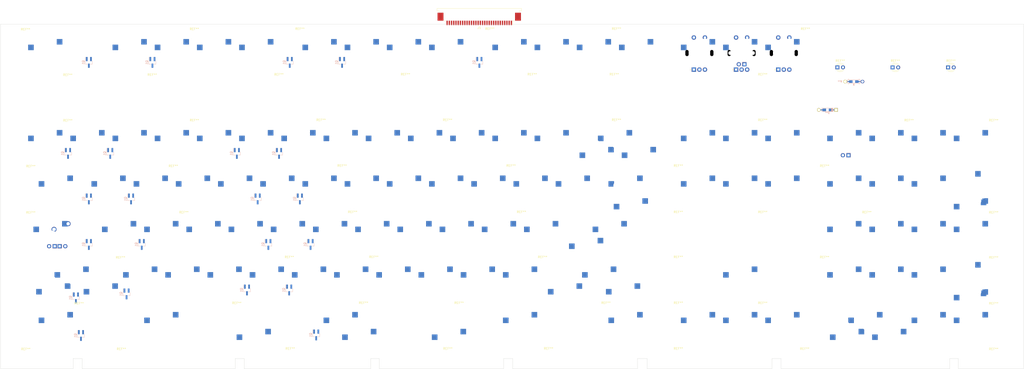
<source format=kicad_pcb>
(kicad_pcb (version 20211014) (generator pcbnew)
  (layers (0 "F.Cu" signal) (31 "B.Cu" signal) (34 "B.Paste" user) (35 "F.Paste" user) (36 "B.SilkS" user "B.Silkscreen") (37 "F.SilkS" user "F.Silkscreen") (38 "B.Mask" user) (39 "F.Mask" user) (44 "Edge.Cuts" user))
  (net 0 "")
  (footprint "MX_Only:MXOnly-1.75U-Hotswap" (layer "F.Cu") (at 316.70625 154.20015 180)
    (fp_text reference "REF**")
    (fp_text value "1.75U")
  )
  (footprint "MX_Only:MXOnly-1U-Hotswap" (layer "F.Cu") (at 204.7875 133.640143)
    (fp_text reference "REF**")
    (fp_text value "1U")
  )
  (footprint "MountingHole:MountingHole_3mm" (layer "F.Cu") (at 190.5 106.33)
    (fp_text reference "REF**")
    (fp_text value "MountingHole_3mm")
  )
  (footprint "MX_Only:MXOnly-1U-Hotswap" (layer "F.Cu") (at 370.8335 92.520097)
    (fp_text reference "REF**")
    (fp_text value "1U")
  )
  (footprint "MountingHole:MountingHole_3mm" (layer "F.Cu") (at 66.68 65.3)
    (fp_text reference "REF**")
    (fp_text value "MountingHole_3mm")
  )
  (footprint "LED_THT:LED_D3.0mm" (layer "F.Cu") (at 438.975 57.9)
    (fp_text reference "REF**")
    (fp_text value "LED_D3.0mm")
  )
  (footprint "MX_Only:MXOnly-1U-Hotswap" (layer "F.Cu") (at 152.4 51.400055)
    (fp_text reference "REF**")
    (fp_text value "1U")
  )
  (footprint "MX_Only:MXOnly-1U-Hotswap" (layer "F.Cu") (at 195.2625 154.200165)
    (fp_text reference "REF**")
    (fp_text value "1U")
  )
  (footprint "MX_Only:MXOnly-1U-Hotswap" (layer "F.Cu") (at 417.817 174.760181 180)
    (fp_text reference "REF**")
    (fp_text value "1U")
  )
  (footprint "MountingHole:MountingHole_3mm" (layer "F.Cu") (at 200.19 168.33)
    (fp_text reference "REF**")
    (fp_text value "MountingHole_3mm")
  )
  (footprint "MX_Only:MXOnly-2.25U-Hotswap" (layer "F.Cu") (at 311.94375 133.64013)
    (fp_text reference "REF**")
    (fp_text value "2.25U")
  )
  (footprint "MountingHole:MountingHole_3mm" (layer "F.Cu") (at 342.26 127.28)
    (fp_text reference "REF**")
    (fp_text value "MountingHole_3mm")
  )
  (footprint "MountingHole:MountingHole_3mm" (layer "F.Cu") (at 380.36 85.69)
    (fp_text reference "REF**")
    (fp_text value "MountingHole_3mm")
  )
  (footprint "MX_Only:MXOnly-1U-Hotswap" (layer "F.Cu") (at 185.7375 133.640143)
    (fp_text reference "REF**")
    (fp_text value "1U")
  )
  (footprint "MountingHole:MountingHole_3mm" (layer "F.Cu") (at 166.69 147.64)
    (fp_text reference "REF**")
    (fp_text value "MountingHole_3mm")
  )
  (footprint "MX_Only:MXOnly-1U-Hotswap" (layer "F.Cu") (at 474.967 174.760187)
    (fp_text reference "REF**")
    (fp_text value "1U")
  )
  (footprint "MX_Only:MXOnly-1U-Hotswap" (layer "F.Cu") (at 436.867 133.640139)
    (fp_text reference "REF**")
    (fp_text value "1U")
  )
  (footprint "MX_Only:MXOnly-1U-Hotswap" (layer "F.Cu") (at 119.0625 154.200165)
    (fp_text reference "REF**")
    (fp_text value "1U")
  )
  (footprint "MX_Only:MXOnly-1U-Hotswap" (layer "F.Cu") (at 85.725 113.080121)
    (fp_text reference "REF**")
    (fp_text value "1U")
  )
  (footprint "MX_Only:MXOnly-1.5U-Hotswap" (layer "F.Cu") (at 109.5375 174.760187)
    (fp_text reference "REF**")
    (fp_text value "1.5U")
  )
  (footprint "MX_Only:MXOnly-1U-Hotswap" (layer "F.Cu") (at 417.817 154.20016)
    (fp_text reference "REF**")
    (fp_text value "1U")
  )
  (footprint "MX_Only:MXOnly-1U-Hotswap" (layer "F.Cu") (at 233.3625 154.200165)
    (fp_text reference "REF**")
    (fp_text value "1U")
  )
  (footprint "Keebio-Parts:RotaryEncoder_EC11_Nonplated" (layer "F.Cu") (at 370.8335 51.400055 90)
    (fp_text reference "REF**")
    (fp_text value "RotaryEncoder_EC11_Nonplated")
  )
  (footprint "MX_Only:MXOnly-1U-Hotswap" (layer "F.Cu") (at 455.917 133.640139)
    (fp_text reference "REF**")
    (fp_text value "1U")
  )
  (footprint "MX_Only:MXOnly-2.25U-Hotswap" (layer "F.Cu") (at 69.05625 154.20015)
    (fp_text reference "REF**")
    (fp_text value "2.25U")
  )
  (footprint "MountingHole:MountingHole_3mm" (layer "F.Cu") (at 90.87 189.18)
    (fp_text reference "REF**")
    (fp_text value "MountingHole_3mm")
  )
  (footprint "MountingHole:MountingHole_3mm" (layer "F.Cu") (at 380.36 65.09)
    (fp_text reference "REF**")
    (fp_text value "MountingHole_3mm")
  )
  (footprint "MountingHole:MountingHole_3mm" (layer "F.Cu") (at 283.7 188.98)
    (fp_text reference "REF**")
    (fp_text value "MountingHole_3mm")
  )
  (footprint "MX_Only:MXOnly-1U-Hotswap" (layer "F.Cu") (at 104.775 113.080121)
    (fp_text reference "REF**")
    (fp_text value "1U")
  )
  (footprint "MX_Only:MXOnly-1U-Hotswap" (layer "F.Cu") (at 190.5 92.520099)
    (fp_text reference "REF**")
    (fp_text value "1U")
  )
  (footprint "MountingHole:MountingHole_3mm" (layer "F.Cu") (at 238.21 189.01)
    (fp_text reference "REF**")
    (fp_text value "MountingHole_3mm")
  )
  (footprint "MX_Only:MXOnly-1U-Hotswap" (layer "F.Cu") (at 128.5875 133.640143)
    (fp_text reference "REF**")
    (fp_text value "1U")
  )
  (footprint "MountingHole:MountingHole_3mm" (layer "F.Cu") (at 484.61 127.46)
    (fp_text reference "REF**")
    (fp_text value "MountingHole_3mm")
  )
  (footprint "MX_Only:MXOnly-1U-Hotswap" (layer "F.Cu") (at 389.8835 174.760188)
    (fp_text reference "REF**")
    (fp_text value "1U")
  )
  (footprint "MX_Only:MXOnly-1U-Hotswap" (layer "F.Cu") (at 200.025 113.080121)
    (fp_text reference "REF**")
    (fp_text value "1U")
  )
  (footprint "MountingHole:MountingHole_3mm" (layer "F.Cu") (at 427.35 127.4)
    (fp_text reference "REF**")
    (fp_text value "MountingHole_3mm")
  )
  (footprint "MX_Only:MXOnly-1U-Hotswap" (layer "F.Cu") (at 389.8835 92.520097)
    (fp_text reference "REF**")
    (fp_text value "1U")
  )
  (footprint "Keebio-Parts:Diode-Hybrid-Back" (layer "F.Cu") (at 409.575 77.100075)
    (fp_text reference "D**")
    (fp_text value "D" hide)
  )
  (footprint "MX_Only:MXOnly-2U-Hotswap-VerticalStabilizers" (layer "F.Cu") (at 474.967 164.480176)
    (fp_text reference "REF**")
    (fp_text value "MXOnly-2U-Hotswap-VerticalStabilizers" hide)
  )
  (footprint "MX_Only:MXOnly-1.5U-Hotswap" (layer "F.Cu") (at 61.9125 113.080121)
    (fp_text reference "REF**")
    (fp_text value "1.5U")
  )
  (footprint "MountingHole:MountingHole_3mm" (layer "F.Cu") (at 238.13 85.66)
    (fp_text reference "REF**")
    (fp_text value "MountingHole_3mm")
  )
  (footprint "MX_Only:MXOnly-1U-Hotswap" (layer "F.Cu") (at 214.3125 154.200165)
    (fp_text reference "REF**")
    (fp_text value "1U")
  )
  (footprint "MX_Only:MXOnly-1U-Hotswap" (layer "F.Cu") (at 223.8375 133.640143)
    (fp_text reference "REF**")
    (fp_text value "1U")
  )
  (footprint "MountingHole:MountingHole_3mm" (layer "F.Cu") (at 313.32 65.04)
    (fp_text reference "REF**")
    (fp_text value "MountingHole_3mm")
  )
  (footprint "MountingHole:MountingHole_3mm" (layer "F.Cu") (at 380.36 168.38)
    (fp_text reference "REF**")
    (fp_text value "MountingHole_3mm")
  )
  (footprint "MountingHole:MountingHole_3mm" (layer "F.Cu") (at 204.8 147.58)
    (fp_text reference "REF**")
    (fp_text value "MountingHole_3mm")
  )
  (footprint "MountingHole:MountingHole_3mm" (layer "F.Cu") (at 342.26 168.33)
    (fp_text reference "REF**")
    (fp_text value "MountingHole_3mm")
  )
  (footprint "MX_Only:MXOnly-1U-Hotswap" (layer "F.Cu") (at 323.85 92.520099 180)
    (fp_text reference "REF**")
    (fp_text value "1U")
  )
  (footprint "LED_THT:LED_D3.0mm" (layer "F.Cu") (at 414.065 57.88)
    (fp_text reference "REF**")
    (fp_text value "LED_D3.0mm")
  )
  (footprint "MountingHole:MountingHole_3mm" (layer "F.Cu") (at 408.28 147.7)
    (fp_text reference "REF**")
    (fp_text value "MountingHole_3mm")
  )
  (footprint "MX_Only:MXOnly-1U-Hotswap" (layer "F.Cu") (at 370.8335 113.080118)
    (fp_text reference "REF**")
    (fp_text value "1U")
  )
  (footprint "MountingHole:MountingHole_3mm" (layer "F.Cu") (at 180.98 85.67)
    (fp_text reference "REF**")
    (fp_text value "MountingHole_3mm")
  )
  (footprint "MX_Only:MXOnly-1U-Hotswap" (layer "F.Cu") (at 209.55 92.520099)
    (fp_text reference "REF**")
    (fp_text value "1U")
  )
  (footprint "MX_Only:MXOnly-1U-Hotswap" (layer "F.Cu") (at 142.875 113.080121)
    (fp_text reference "REF**")
    (fp_text value "1U")
  )
  (footprint "MountingHole:MountingHole_3mm" (layer "F.Cu") (at 161.97 65.12)
    (fp_text reference "REF**")
    (fp_text value "MountingHole_3mm")
  )
  (footprint "MX_Only:MXOnly-7U-Hotswap" (layer "F.Cu") (at 190.5 174.76017)
    (fp_text reference "REF**")
    (fp_text value "7U")
  )
  (footprint "MX_Only:MXOnly-1U-Hotswap" (layer "F.Cu") (at 351.7835 51.400055)
    (fp_text reference "REF**")
    (fp_text value "1U")
  )
  (footprint "MX_Only:MXOnly-1U-Hotswap" (layer "F.Cu") (at 295.275 113.080121)
    (fp_text reference "REF**")
    (fp_text value "1U")
  )
  (footprint "MX_Only:MXOnly-1.5U-Hotswap" (layer "F.Cu") (at 319.0875 174.760187)
    (fp_text reference "REF**")
    (fp_text value "1.5U")
  )
  (footprint "MX_Only:MXOnly-1U-Hotswap" (layer "F.Cu") (at 133.35 51.400055)
    (fp_text reference "REF**")
    (fp_text value "1U")
  )
  (footprint "MX_Only:MXOnly-1U-Hotswap" (layer "F.Cu") (at 266.7 92.520099)
    (fp_text reference "REF**")
    (fp_text value "1U")
  )
  (footprint "MountingHole:MountingHole_3mm" (layer "F.Cu") (at 484.61 189.2)
    (fp_text reference "REF**")
    (fp_text value "MountingHole_3mm")
  )
  (footprint "MountingHole:MountingHole_3mm" (layer "F.Cu") (at 171.46 44.48)
    (fp_text reference "REF**")
    (fp_text value "MountingHole_3mm")
  )
  (footprint "MX_Only:MXOnly-1U-Hotswap" (layer "F.Cu") (at 370.8335 154.200167)
    (fp_text reference "REF**")
    (fp_text value "1U")
  )
  (footprint "MX_Only:MXOnly-1.5U-Hotswap" (layer "F.Cu") (at 271.4625 174.760187)
    (fp_text reference "REF**")
    (fp_text value "1.5U")
  )
  (footprint "MX_Only:MXOnly-1U-Hotswap" (layer "F.Cu") (at 300.0375 133.640143 180)
    (fp_text reference "REF**")
    (fp_text value "1U")
  )
  (footprint "MX_Only:MXOnly-1U-Hotswap" (layer "F.Cu") (at 166.6875 133.640143)
    (fp_text reference "REF**")
    (fp_text value "1U")
  )
  (footprint "MountingHole:MountingHole_3mm" (layer "F.Cu") (at 119.07 127.42)
    (fp_text reference "REF**")
    (fp_text value "MountingHole_3mm")
  )
  (footprint "MountingHole:MountingHole_3mm" (layer "F.Cu") (at 114.31 106.47)
    (fp_text reference "REF**")
    (fp_text value "MountingHole_3mm")
  )
  (footprint "MX_Only:MXOnly-1U-Hotswap" (layer "F.Cu") (at 417.817 113.080118)
    (fp_text reference "REF**")
    (fp_text value "1U")
  )
  (footprint "MX_Only:MXOnly-1U-Hotswap" (layer "F.Cu") (at 123.825 113.080121)
    (fp_text reference "REF**")
    (fp_text value "1U")
  )
  (footprint "MX_Only:MXOnly-1U-Hotswap" (layer "F.Cu") (at 455.917 92.520097)
    (fp_text reference "REF**")
    (fp_text value "1U")
  )
  (footprint "MX_Only:MXOnly-1U-Hotswap" (layer "F.Cu") (at 304.8 51.400055)
    (fp_text reference "REF**")
    (fp_text value "1U")
  )
  (footprint "MX_Only:MXOnly-1U-Hotswap" (layer "F.Cu") (at 285.75 51.400055)
    (fp_text reference "REF**")
    (fp_text value "1U")
  )
  (footprint "MX_Only:MXOnly-1U-Hotswap" (layer "F.Cu") (at 474.967 154.20016 -90)
    (fp_text reference "REF**")
    (fp_text value "1U")
  )
  (footprint "MX_Only:MXOnly-2.75U-Hotswap-ReversedStabilizers" (layer "F.Cu") (at 150.01875 174.76017 180)
    (fp_text reference "REF**")
    (fp_text value "2.75U")
  )
  (footprint "MountingHole:MountingHole_3mm" (layer "F.Cu") (at 446.39 85.8)
    (fp_text reference "REF**")
    (fp_text value "MountingHole_3mm")
  )
  (footprint "LED_THT:LED_D3.0mm" (layer "F.Cu") (at 464.035 57.9)
    (fp_text reference "REF**")
    (fp_text value "LED_D3.0mm")
  )
  (footprint "MountingHole:MountingHole_3mm" (layer "F.Cu") (at 47.62 44.73)
    (fp_text reference "REF**")
    (fp_text value "MountingHole_3mm")
  )
  (footprint "MX_Only:MXOnly-1U-Hotswap" (layer "F.Cu") (at 200.025 51.400055)
    (fp_text reference "REF**")
    (fp_text value "1U")
  )
  (footprint "MX_Only:MXOnly-1U-Hotswap" (layer "F.Cu") (at 133.35 92.520099)
    (fp_text reference "REF**")
    (fp_text value "1U")
  )
  (footprint "MountingHole:MountingHole_3mm" (layer "F.Cu") (at 314.35 44.43)
    (fp_text reference "REF**")
    (fp_text value "MountingHole_3mm")
  )
  (footprint "MX_Only:MXOnly-1U-Hotswap" (layer "F.Cu") (at 455.917 113.080118)
    (fp_text reference "REF**")
    (fp_text value "1U")
  )
  (footprint "MX_Only:MXOnly-1U-Hotswap" (layer "F.Cu") (at 228.6 92.520099)
    (fp_text reference "REF**")
    (fp_text value "1U")
  )
  (footprint "MountingHole:MountingHole_3mm" (layer "F.Cu") (at 90.49 147.81)
    (fp_text reference "REF**")
    (fp_text value "MountingHole_3mm")
  )
  (footprint "MX_Only:MXOnly-2U-Hotswap-VerticalStabilizers" (layer "F.Cu") (at 474.967 123.360132)
    (fp_text reference "REF**")
    (fp_text value "MXOnly-2U-Hotswap-VerticalStabilizers" hide)
  )
  (footprint "MX_Only:MXOnly-1U-Hotswap" (layer "F.Cu") (at 417.817 133.640139)
    (fp_text reference "REF**")
    (fp_text value "1U")
  )
  (footprint "MX_Only:MXOnly-1U-Hotswap" (layer "F.Cu") (at 261.9375 133.640143)
    (fp_text reference "REF**")
    (fp_text value "1U")
  )
  (footprint "MX_Only:MXOnly-2.75U-Hotswap" (layer "F.Cu") (at 307.18125 154.20015)
    (fp_text reference "REF**")
    (fp_text value "2.75U")
  )
  (footprint "MX_Only:MXOnly-1U-Hotswap" (layer "F.Cu") (at 80.9625 154.200165 180)
    (fp_text reference "REF**")
    (fp_text value "1U")
  )
  (footprint "MountingHole:MountingHole_3mm" (layer "F.Cu") (at 484.61 147.83)
    (fp_text reference "REF**")
    (fp_text value "MountingHole_3mm")
  )
  (footprint "MX_Only:MXOnly-1U-Hotswap" (layer "F.Cu") (at 351.7835 92.520097)
    (fp_text reference "REF**")
    (fp_text value "1U")
  )
  (footprint "MX_Only:MXOnly-1U-Hotswap" (layer "F.Cu") (at 219.075 51.400055)
    (fp_text reference "REF**")
    (fp_text value "1U")
  )
  (footprint "MX_Only:MXOnly-2.25U-Hotswap-ReversedStabilizers" (layer "F.Cu") (at 197.64375 174.76017 180)
    (fp_text reference "REF**")
    (fp_text value "2.25U")
  )
  (footprint "MountingHole:MountingHole_3mm" (layer "F.Cu") (at 123.82 44.56)
    (fp_text reference "REF**")
    (fp_text value "MountingHole_3mm")
  )
  (footprint "MX_Only:MXOnly-1U-Hotswap" (layer "F.Cu") (at 436.867 174.760181 180)
    (fp_text reference "REF**")
    (fp_text value "1U")
  )
  (footprint "MountingHole:MountingHole_3mm" (layer "F.Cu") (at 399.3 189.07)
    (fp_text reference "REF**")
    (fp_text value "MountingHole_3mm")
  )
  (footprint "MX_Only:MXOnly-1U-Hotswap" (layer "F.Cu") (at 290.5125 154.20015 180)
    (fp_text reference "REF**")
    (fp_text value "1U")
  )
  (footprint "MX_Only:MXOnly-1U-Hotswap" (layer "F.Cu") (at 95.25 51.400055)
    (fp_text reference "REF**")
    (fp_text value "1U")
  )
  (footprint "MountingHole:MountingHole_3mm" (layer "F.Cu") (at 47.73 189.24)
    (fp_text reference "REF**")
    (fp_text value "MountingHole_3mm")
  )
  (footprint "MX_Only:MXOnly-1U-Hotswap" (layer "F.Cu") (at 157.1625 154.200165)
    (fp_text reference "REF**")
    (fp_text value "1U")
  )
  (footprint "Keebio-Parts:RotaryEncoder_EC11_Nonplated" (layer "F.Cu") (at 351.7835 51.400055 90)
    (fp_text reference "REF**")
    (fp_text value "RotaryEncoder_EC11_Nonplated")
  )
  (footprint "Connector_FFC-FPC:TE_3-84952-0_1x30-1MP_P1.0mm_Horizontal" (layer "F.Cu") (at 252.4125 35.980035 180)
    (fp_text reference "J1")
    (fp_text value "TE_3-84952-0_1x30-1MP_P1.0mm_Horizontal")
  )
  (footprint "MountingHole:MountingHole_3mm" (layer "F.Cu") (at 142.96 168.42)
    (fp_text reference "REF**")
    (fp_text value "MountingHole_3mm")
  )
  (footprint "Keebio-Parts:Resistor-Hybrid-Back" (layer "F.Cu") (at 421.5 64.3)
    (fp_text reference "R**")
    (fp_text value "R")
  )
  (footprint "MX_Only:MXOnly-1U-Hotswap" (layer "F.Cu") (at 474.967 133.640139)
    (fp_text reference "REF**")
    (fp_text value "1U")
  )
  (footprint "MountingHole:MountingHole_3mm" (layer "F.Cu") (at 342.26 188.99)
    (fp_text reference "REF**")
    (fp_text value "MountingHole_3mm")
  )
  (footprint "MountingHole:MountingHole_3mm" (layer "F.Cu") (at 281.01 147.63)
    (fp_text reference "REF**")
    (fp_text value "MountingHole_3mm")
  )
  (footprint "MX_Only:MXOnly-1U-Hotswap" (layer "F.Cu") (at 238.125 113.080121)
    (fp_text reference "REF**")
    (fp_text value "1U")
  )
  (footprint "MX_Only:MXOnly-1.25U-Hotswap" (layer "F.Cu") (at 59.53125 154.200165 180)
    (fp_text reference "REF**")
    (fp_text value "1.25U")
  )
  (footprint "MX_Only:MXOnly-1U-Hotswap" (layer "F.Cu") (at 114.3 51.400055)
    (fp_text reference "REF**")
    (fp_text value "1U")
  )
  (footprint "MX_Only:MXOnly-1U-Hotswap" (layer "F.Cu") (at 152.4 92.520099)
    (fp_text reference "REF**")
    (fp_text value "1U")
  )
  (footprint "MountingHole:MountingHole_3mm" (layer "F.Cu") (at 49.99 106.59)
    (fp_text reference "REF**")
    (fp_text value "MountingHole_3mm")
  )
  (footprint "MX_Only:MXOnly-1U-Hotswap" (layer "F.Cu") (at 389.8835 51.400055)
    (fp_text reference "REF**")
    (fp_text value "1U")
  )
  (footprint "MX_Only:MXOnly-2U-Hotswap-ReversedStabilizers" (layer "F.Cu") (at 238.125 174.76017 180)
    (fp_text reference "REF**")
    (fp_text value "2U")
  )
  (footprint "MX_Only:MXOnly-1U-Hotswap" (layer "F.Cu") (at 114.3 92.520099)
    (fp_text reference "REF**")
    (fp_text value "1U")
  )
  (footprint "MountingHole:MountingHole_3mm" (layer "F.Cu") (at 484.61 85.84)
    (fp_text reference "REF**")
    (fp_text value "MountingHole_3mm")
  )
  (footprint "MX_Only:MXOnly-1U-Hotswap" (layer "F.Cu") (at 238.125 51.400055)
    (fp_text reference "REF**")
    (fp_text value "1U")
  )
  (footprint "MX_Only:MXOnly-1U-Hotswap" (layer "F.Cu") (at 436.867 92.520097)
    (fp_text reference "REF**")
    (fp_text value "1U")
  )
  (footprint "MX_Only:MXOnly-1U-Hotswap" (layer "F.Cu") (at 285.75 92.520099)
    (fp_text reference "REF**")
    (fp_text value "1U")
  )
  (footprint "MountingHole:MountingHole_3mm" (layer "F.Cu") (at 399.63 44.48)
    (fp_text reference "REF**")
    (fp_text value "MountingHole_3mm")
  )
  (footprint "MX_Only:MXOnly-1U-Hotswap" (layer "F.Cu") (at 389.8835 113.080118)
    (fp_text reference "REF**")
    (fp_text value "1U")
  )
  (footprint "MountingHole:MountingHole_3mm" (layer "F.Cu") (at 309.58 168.33)
    (fp_text reference "REF**")
    (fp_text value "MountingHole_3mm")
  )
  (footprint "MX_Only:MXOnly-1U-Hotswap" (layer "F.Cu") (at 109.5375 133.640143)
    (fp_text reference "REF**")
    (fp_text value "1U")
  )
  (footprint "MountingHole:MountingHole_3mm" (layer "F.Cu") (at 123.83 85.79)
    (fp_text reference "REF**")
    (fp_text value "MountingHole_3mm")
  )
  (footprint "MountingHole:MountingHole_3mm" (layer "F.Cu") (at 408.3 106.42)
    (fp_text reference "REF**")
    (fp_text value "MountingHole_3mm")
  )
  (footprint "MX_Only:MXOnly-1U-Hotswap" (layer "F.Cu") (at 276.225 113.080121)
    (fp_text reference "REF**")
    (fp_text value "1U")
  )
  (footprint "MX_Only:MXOnly-1U-Hotswap" (layer "F.Cu") (at 436.867 113.080118)
    (fp_text reference "REF**")
    (fp_text value "1U")
  )
  (footprint "MX_Only:MXOnly-1U-Hotswap" (layer "F.Cu") (at 455.917 154.20016)
    (fp_text reference "REF**")
    (fp_text value "1U")
  )
  (footprint "MX_Only:MXOnly-1U-Hotswap" (layer "F.Cu") (at 57.15 92.520097)
    (fp_text reference "REF**")
    (fp_text value "1U")
  )
  (footprint "MX_Only:MXOnly-1U-Hotswap" (layer "F.Cu") (at 351.7835 113.080118)
    (fp_text reference "REF**")
    (fp_text value "1U")
  )
  (footprint "MX_Only:MXOnly-2U-Hotswap" (layer "F.Cu") (at 427.342 174.760181)
    (fp_text reference "REF**")
    (fp_text value "2U")
  )
  (footprint "MX_Only:MXOnly-1U-Hotswap" (layer "F.Cu") (at 436.867 154.20016)
    (fp_text reference "REF**")
    (fp_text value "1U")
  )
  (footprint "MX_Only:MXOnly-1U-Hotswap" (layer "F.Cu") (at 100.0125 154.200165)
    (fp_text reference "REF**")
    (fp_text value "1U")
  )
  (footprint "MX_Only:MXOnly-1U-Hotswap" (layer "F.Cu") (at 147.6375 133.640143)
    (fp_text reference "REF**")
    (fp_text value "1U")
  )
  (footprint "MX_Only:MXOnly-1U-Hotswap" (layer "F.Cu") (at 351.7835 174.760188)
    (fp_text reference "REF**")
    (fp_text value "1U")
  )
  (footprint "MX_Only:MXOnly-1U-Hotswap" (layer "F.Cu") (at 474.967 113.08011 -90)
    (fp_text reference "REF**")
    (fp_text value "1U")
  )
  (footprint "MX_Only:MXOnly-1U-Hotswap" (layer "F.Cu") (at 370.8335 174.760188)
    (fp_text reference "REF**")
    (fp_text value "1U")
  )
  (footprint "MX_Only:MXOnly-1U-Hotswap" (layer "F.Cu") (at 180.975 113.080121)
    (fp_text reference "REF**")
    (fp_text value "1U")
  )
  (footprint "MountingHole:MountingHole_3mm" (layer "F.Cu") (at 219.12 65.05)
    (fp_text reference "REF**")
    (fp_text value "MountingHole_3mm")
  )
  (footprint "MX_Only:MXOnly-1U-Hotswap" (layer "F.Cu") (at 304.8 92.52009 180)
    (fp_text reference "REF**")
    (fp_text value "1U")
  )
  (footprint "MountingHole:MountingHole_3mm" (layer "F.Cu") (at 342.26 147.6)
    (fp_text reference "REF**")
    (fp_text value "MountingHole_3mm")
  )
  (footprint "Keebio-Parts:RotaryEncoder_EC11_Nonplated" (layer "F.Cu") (at 389.8835 51.400055 90)
    (fp_text reference "REF**")
    (fp_text value "RotaryEncoder_EC11_Nonplated")
  )
  (footprint "MX_Only:MXOnly-1U-Hotswap" (layer "F.Cu") (at 252.4125 154.200165)
    (fp_text reference "REF**")
    (fp_text value "1U")
  )
  (footprint "MX_Only:MXOnly-1U-Hotswap" (layer "F.Cu") (at 474.967 92.520097)
    (fp_text reference "REF**")
    (fp_text value "1U")
  )
  (footprint "MountingHole:MountingHole_3mm" (layer "F.Cu") (at 257.19 44.45)
    (fp_text reference "REF**")
    (fp_text value "MountingHole_3mm")
  )
  (footprint "MX_Only:MXOnly-1U-Hotswap" (layer "F.Cu") (at 138.1125 154.200165)
    (fp_text reference "REF**")
    (fp_text value "1U")
  )
  (footprint "MX_Only:MXOnly-1U-Hotswap" (layer "F.Cu") (at 455.917 174.760187)
    (fp_text reference "REF**")
    (fp_text value "1U")
  )
  (footprint "MountingHole:MountingHole_3mm" (layer "F.Cu") (at 342.26 106.34)
    (fp_text reference "REF**")
    (fp_text value "MountingHole_3mm")
  )
  (footprint "MountingHole:MountingHole_3mm" (layer "F.Cu") (at 167.07 189.01)
    (fp_text reference "REF**")
    (fp_text value "MountingHole_3mm")
  )
  (footprint "MX_Only:MXOnly-1.5U-Hotswap" (layer "F.Cu") (at 319.0875 113.080121)
    (fp_text reference "REF**")
    (fp_text value "1.5U")
  )
  (footprint "MountingHole:MountingHole_3mm" (layer "F.Cu") (at 243.29 168.34)
    (fp_text reference "REF**")
    (fp_text value "MountingHole_3mm")
  )
  (footprint "MX_Only:MXOnly-1U-Hotswap" (layer "F.Cu") (at 176.2125 154.200165)
    (fp_text reference "REF**")
    (fp_text value "1U")
  )
  (footprint "MountingHole:MountingHole_3mm" (layer "F.Cu") (at 484.61 168.58)
    (fp_text reference "REF**")
    (fp_text value "MountingHole_3mm")
  )
  (footprint "MX_Only:MXOnly-1U-Hotswap" (layer "F.Cu") (at 266.7 51.400055)
    (fp_text reference "REF**")
    (fp_text value "1U")
  )
  (footprint "MX_Only:MXOnly-ISO-Hotswap" (layer "F.Cu") (at 321.46875 123.36012)
    (fp_text reference "REF**")
    (fp_text value "ISO")
  )
  (footprint "MX_Only:MXOnly-1U-Hotswap" (layer "F.Cu") (at 271.4625 154.200165)
    (fp_text reference "REF**")
    (fp_text value "1U")
  )
  (footprint "MountingHole:MountingHole_3mm" (layer "F.Cu") (at 195.27 127.26)
    (fp_text reference "REF**")
    (fp_text value "MountingHole_3mm")
  )
  (footprint "MX_Only:MXOnly-1.75U" (layer "F.Cu") (at 64.29375 133.64013)
    (fp_text reference "REF**")
    (fp_text value "1.75U")
  )
  (footprint "MountingHole:MountingHole_3mm" (layer "F.Cu") (at 271.47 127.24)
    (fp_text reference "REF**")
    (fp_text value "MountingHole_3mm")
  )
  (footprint "MX_Only:MXOnly-1U-Hotswap-LED" (layer "F.Cu") (at 370.8335 51.400055)
    (fp_text reference "REF**")
    (fp_text value "1U")
  )
  (footprint "MountingHole:MountingHole_3mm" (layer "F.Cu") (at 49.97 127.5)
    (fp_text reference "REF**")
    (fp_text value "MountingHole_3mm")
  )
  (footprint "MX_Only:MXOnly-1U-Hotswap" (layer "F.Cu") (at 171.45 92.520099)
    (fp_text reference "REF**")
    (fp_text value "1U")
  )
  (footprint "MX_Only:MXOnly-1U-Hotswap" (layer "F.Cu") (at 95.25 92.520099)
    (fp_text reference "REF**")
    (fp_text value "1U")
  )
  (footprint "MX_Only:MXOnly-1.25U-Hotswap-LED" (layer "F.Cu") (at 59.53125 133.64013)
    (fp_text reference "REF**")
    (fp_text value "1.25U")
  )
  (footprint "MX_Only:MXOnly-1U-Hotswap" (layer "F.Cu") (at 76.2 92.520099)
    (fp_text reference "REF**")
    (fp_text value "1U")
  )
  (footprint "MX_Only:MXOnly-1U-Hotswap" (layer "F.Cu") (at 323.85 51.400055)
    (fp_text reference "REF**")
    (fp_text value "1U")
  )
  (footprint "MountingHole:MountingHole_3mm" (layer "F.Cu") (at 380.36 127.3)
    (fp_text reference "REF**")
    (fp_text value "MountingHole_3mm")
  )
  (footprint "MX_Only:MXOnly-1U-Hotswap" (layer "F.Cu") (at 90.4875 133.640143)
    (fp_text reference "REF**")
    (fp_text value "1U")
  )
  (footprint "MountingHole:MountingHole_3mm" (layer "F.Cu") (at 66.68 85.89)
    (fp_text reference "REF**")
    (fp_text value "MountingHole_3mm")
  )
  (footprint "MountingHole:MountingHole_3mm" (layer "F.Cu") (at 266.75 106.31)
    (fp_text reference "REF**")
    (fp_text value "MountingHole_3mm")
  )
  (footprint "MountingHole:MountingHole_3mm" (layer "F.Cu") (at 276.31 65.04)
    (fp_text reference "REF**")
    (fp_text value "MountingHole_3mm")
  )
  (footprint "MountingHole:MountingHole_3mm" (layer "F.Cu") (at 314.34 85.65)
    (fp_text reference "REF**")
    (fp_text value "MountingHole_3mm")
  )
  (footprint "MX_Only:MXOnly-1U-Hotswap" (layer "F.Cu") (at 219.075 113.080121)
    (fp_text reference "REF**")
    (fp_text value "1U")
  )
  (footprint "MX_Only:MXOnly-1U-Hotswap" (layer "F.Cu") (at 161.925 113.080121)
    (fp_text reference "REF**")
    (fp_text value "1U")
  )
  (footprint "MX_Only:MXOnly-1U-Hotswap" (layer "F.Cu") (at 247.65 92.520099)
    (fp_text reference "REF**")
    (fp_text value "1U")
  )
  (footprint "MX_Only:MXOnly-1U-Hotswap-LED" (layer "F.Cu") (at 417.817 92.520097)
    (fp_text reference "REF**")
    (fp_text value "1U")
  )
  (footprint "MX_Only:MXOnly-1U-Hotswap" (layer "F.Cu") (at 280.9875 133.640143)
    (fp_text reference "REF**")
    (fp_text value "1U")
  )
  (footprint "MX_Only:MXOnly-2U-Hotswap" (layer "F.Cu") (at 314.325 92.52009)
    (fp_text reference "REF**")
    (fp_text value "2U")
  )
  (footprint "MX_Only:MXOnly-1U-Hotswap" (layer "F.Cu") (at 57.15 51.400055)
    (fp_text reference "REF**")
    (fp_text value "1U")
  )
  (footprint "MX_Only:MXOnly-1U-Hotswap" (layer "F.Cu") (at 242.8875 133.640143)
    (fp_text reference "REF**")
    (fp_text value "1U")
  )
  (footprint "MX_Only:MXOnly-1U-Hotswap" (layer "F.Cu") (at 257.175 113.080121)
    (fp_text reference "REF**")
    (fp_text value "1U")
  )
  (footprint "MountingHole:MountingHole_3mm" (layer "F.Cu") (at 71.78 168.56)
    (fp_text reference "REF**")
    (fp_text value "MountingHole_3mm")
  )
  (footprint "MX_Only:MXOnly-1.5U-Hotswap" (layer "F.Cu") (at 61.9125 174.760187)
    (fp_text reference "REF**")
    (fp_text value "1.5U")
  )
  (footprint "MX_Only:MXOnly-1U-Hotswap" (layer "F.Cu") (at 180.975 51.400055)
    (fp_text reference "REF**")
    (fp_text value "1U")
  )
  (footprint "MountingHole:MountingHole_3mm" (layer "F.Cu") (at 104.79 65.23)
    (fp_text reference "REF**")
    (fp_text value "MountingHole_3mm")
  )
  (footprint "Keebio-Parts:SOT-23_Handsoldering" (layer "B.Cu") (at 152.4 117.348 -90)
    (fp_text reference "Q1")
    (fp_text value "2N7002")
  )
  (footprint "Keebio-Parts:SOT-23_Handsoldering" (layer "B.Cu") (at 143.002 96.774 -90)
    (fp_text reference "Q1")
    (fp_text value "2N7002")
  )
  (footprint "Keebio-Parts:SOT-23_Handsoldering" (layer "B.Cu") (at 85.852 96.774 -90)
    (fp_text reference "Q1")
    (fp_text value "2N7002")
  )
  (footprint "Keebio-Parts:SOT-23_Handsoldering" (layer "B.Cu") (at 95.25 117.348 -90)
    (fp_text reference "Q1")
    (fp_text value "2N7002")
  )
  (footprint "Keebio-Parts:SOT-23_Handsoldering" (layer "B.Cu") (at 66.802 96.774 -90)
    (fp_text reference "Q1")
    (fp_text value "2N7002")
  )
  (footprint "Keebio-Parts:SOT-23_Handsoldering" (layer "B.Cu") (at 147.574 158.496 -90)
    (fp_text reference "Q1")
    (fp_text value "2N7002")
  )
  (footprint "Keebio-Parts:SOT-23_Handsoldering" (layer "B.Cu") (at 190.5 55.626 -90)
    (fp_text reference "Q1")
    (fp_text value "2N7002")
  )
  (footprint "Keebio-Parts:SOT-23_Handsoldering" (layer "B.Cu") (at 171.45 117.348 -90)
    (fp_text reference "Q1")
    (fp_text value "2N7002")
  )
  (footprint "Keebio-Parts:SOT-23_Handsoldering" (layer "B.Cu") (at 252.476 55.626 -90)
    (fp_text reference "Q1")
    (fp_text value "2N7002")
  )
  (footprint "Keebio-Parts:SOT-23_Handsoldering" (layer "B.Cu") (at 104.902 55.626 -90)
    (fp_text reference "Q1")
    (fp_text value "2N7002")
  )
  (footprint "Keebio-Parts:SOT-23_Handsoldering" (layer "B.Cu") (at 93.218 160.274 -90)
    (fp_text reference "Q1")
    (fp_text value "2N7002")
  )
  (footprint "Keebio-Parts:SOT-23_Handsoldering" (layer "B.Cu") (at 162.052 96.774 -90)
    (fp_text reference "Q1")
    (fp_text value "2N7002")
  )
  (footprint "Keebio-Parts:SOT-23_Handsoldering" (layer "B.Cu") (at 72.644 179.07 -90)
    (fp_text reference "Q1")
    (fp_text value "2N7002")
  )
  (footprint "Keebio-Parts:SOT-23_Handsoldering" (layer "B.Cu") (at 76.2 117.348 -90)
    (fp_text reference "Q1")
    (fp_text value "2N7002")
  )
  (footprint "Keebio-Parts:SOT-23_Handsoldering" (layer "B.Cu") (at 166.878 55.626 -90)
    (fp_text reference "Q1")
    (fp_text value "2N7002")
  )
  (footprint "Keebio-Parts:SOT-23_Handsoldering" (layer "B.Cu") (at 166.624 158.496 -90)
    (fp_text reference "Q1")
    (fp_text value "2N7002")
  )
  (footprint "Keebio-Parts:SOT-23_Handsoldering" (layer "B.Cu") (at 178.816 178.816 -90)
    (fp_text reference "Q1")
    (fp_text value "2N7002")
  )
  (footprint "Keebio-Parts:SOT-23_Handsoldering" (layer "B.Cu") (at 157.226 137.922 -90)
    (fp_text reference "Q1")
    (fp_text value "2N7002")
  )
  (footprint "Keebio-Parts:SOT-23_Handsoldering" (layer "B.Cu") (at 76.2 137.922 -90)
    (fp_text reference "Q1")
    (fp_text value "2N7002")
  )
  (footprint "Keebio-Parts:SOT-23_Handsoldering" (layer "B.Cu") (at 100.076 137.922 -90)
    (fp_text reference "Q1")
    (fp_text value "2N7002")
  )
  (footprint "Keebio-Parts:SOT-23_Handsoldering" (layer "B.Cu") (at 70.358 162.052 -90)
    (fp_text reference "Q1")
    (fp_text value "2N7002")
  )
  (footprint "Keebio-Parts:SOT-23_Handsoldering" (layer "B.Cu") (at 176.276 137.922 -90)
    (fp_text reference "Q1")
    (fp_text value "2N7002")
  )
  (footprint "Keebio-Parts:SOT-23_Handsoldering" (layer "B.Cu") (at 76.2 55.626 -90)
    (fp_text reference "Q1")
    (fp_text value "2N7002")
  )
  (gr_line (start 388.62 194.056) (end 464.82 194.056) (layer "Edge.Cuts") (width 0.1))
  (gr_line (start 36.322 38.354) (end 36.322 194.056) (layer "Edge.Cuts") (width 0.1))
  (gr_line (start 69.088 189.484) (end 73.152 189.484) (layer "Edge.Cuts") (width 0.1))
  (gr_line (start 267.462 189.484) (end 267.462 194.056) (layer "Edge.Cuts") (width 0.1))
  (gr_line (start 464.82 194.056) (end 464.82 189.484) (layer "Edge.Cuts") (width 0.1))
  (gr_line (start 464.82 189.484) (end 468.63 189.484) (layer "Edge.Cuts") (width 0.1))
  (gr_line (start 323.85 189.484) (end 328.168 189.484) (layer "Edge.Cuts") (width 0.1))
  (gr_line (start 468.63 189.484) (end 468.63 194.056) (layer "Edge.Cuts") (width 0.1))
  (gr_line (start 73.152 194.056) (end 142.24 194.056) (layer "Edge.Cuts") (width 0.1))
  (gr_line (start 328.168 194.056) (end 384.556 194.056) (layer "Edge.Cuts") (width 0.1))
  (gr_line (start 146.304 194.056) (end 203.454 194.056) (layer "Edge.Cuts") (width 0.1))
  (gr_line (start 263.398 194.056) (end 263.398 189.484) (layer "Edge.Cuts") (width 0.1))
  (gr_line (start 384.556 194.056) (end 384.556 189.484) (layer "Edge.Cuts") (width 0.1))
  (gr_line (start 323.85 194.056) (end 323.85 189.484) (layer "Edge.Cuts") (width 0.1))
  (gr_line (start 69.088 194.056) (end 69.088 189.484) (layer "Edge.Cuts") (width 0.1))
  (gr_line (start 498.094 194.056) (end 498.094 38.354) (layer "Edge.Cuts") (width 0.1))
  (gr_line (start 73.152 189.484) (end 73.152 194.056) (layer "Edge.Cuts") (width 0.1))
  (gr_line (start 207.264 194.056) (end 263.398 194.056) (layer "Edge.Cuts") (width 0.1))
  (gr_line (start 142.24 189.484) (end 146.304 189.484) (layer "Edge.Cuts") (width 0.1))
  (gr_line (start 388.62 189.484) (end 388.62 194.056) (layer "Edge.Cuts") (width 0.1))
  (gr_line (start 384.556 189.484) (end 388.62 189.484) (layer "Edge.Cuts") (width 0.1))
  (gr_line (start 498.094 38.354) (end 36.322 38.354) (layer "Edge.Cuts") (width 0.1))
  (gr_line (start 468.63 194.056) (end 498.094 194.056) (layer "Edge.Cuts") (width 0.1))
  (gr_line (start 36.322 194.056) (end 69.088 194.056) (layer "Edge.Cuts") (width 0.1))
  (gr_line (start 267.462 194.056) (end 323.85 194.056) (layer "Edge.Cuts") (width 0.1))
  (gr_line (start 146.304 189.484) (end 146.304 194.056) (layer "Edge.Cuts") (width 0.1))
  (gr_line (start 142.24 194.056) (end 142.24 189.484) (layer "Edge.Cuts") (width 0.1))
  (gr_line (start 263.398 189.484) (end 267.462 189.484) (layer "Edge.Cuts") (width 0.1))
  (gr_line (start 203.454 194.056) (end 203.454 189.484) (layer "Edge.Cuts") (width 0.1))
  (gr_line (start 207.264 189.484) (end 207.264 194.056) (layer "Edge.Cuts") (width 0.1))
  (gr_line (start 328.168 189.484) (end 328.168 194.056) (layer "Edge.Cuts") (width 0.1))
  (gr_line (start 203.454 189.484) (end 207.264 189.484) (layer "Edge.Cuts") (width 0.1))
)
</source>
